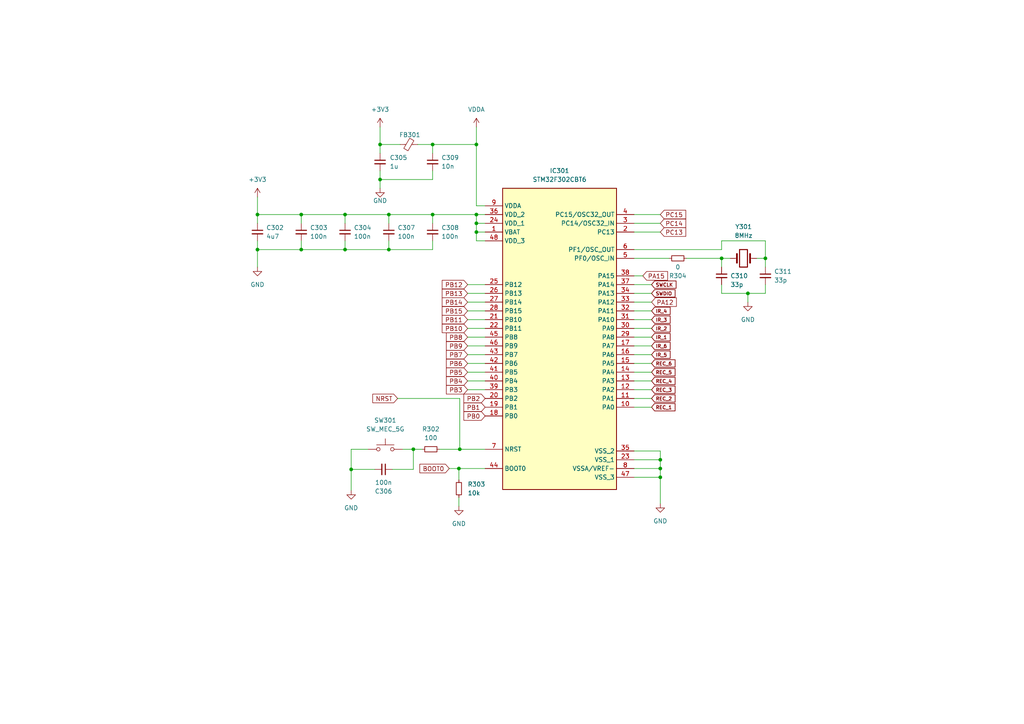
<source format=kicad_sch>
(kicad_sch (version 20230121) (generator eeschema)
  (paper "A4")
  (lib_symbols
    (symbol "Device:C_Small" (pin_numbers hide) (pin_names (offset 0.254) hide)
      (property "Reference" "C" (at 0.254 1.778 0))
      (property "Value" "C_Small" (at 0.254 -2.032 0))
      (symbol "C_Small_0_1"
        (polyline (pts (xy -1.524 -0.508) (xy 1.524 -0.508)) (stroke (width 0.3302)))
        (polyline (pts (xy -1.524 0.508) (xy 1.524 0.508)) (stroke (width 0.3048)))
      )
      (symbol "C_Small_1_1"
        (pin passive line (at 0 2.54 270) (length 2.032) (name "~") (number "1"))
        (pin passive line (at 0 -2.54 90) (length 2.032) (name "~") (number "2"))
      )
    )
    (symbol "Device:Crystal" (pin_numbers hide) (pin_names (offset 1.016) hide)
      (property "Reference" "Y" (at 0 3.81 0))
      (property "Value" "Crystal" (at 0 -3.81 0))
      (symbol "Crystal_0_1"
        (rectangle (start -1.143 2.54) (end 1.143 -2.54) (stroke (width 0.3048)))
        (polyline (pts (xy -2.54 0) (xy -1.905 0)))
        (polyline (pts (xy -1.905 -1.27) (xy -1.905 1.27)) (stroke (width 0.508)))
        (polyline (pts (xy 1.905 -1.27) (xy 1.905 1.27)) (stroke (width 0.508)))
        (polyline (pts (xy 2.54 0) (xy 1.905 0)))
      )
      (symbol "Crystal_1_1"
        (pin passive line (at -3.81 0 0) (length 1.27) (name "1") (number "1"))
        (pin passive line (at 3.81 0 180) (length 1.27) (name "2") (number "2"))
      )
    )
    (symbol "Device:FerriteBead_Small" (pin_numbers hide) (pin_names (offset 0))
      (property "Reference" "FB" (at 1.905 1.27 0))
      (property "Value" "FerriteBead_Small" (at 1.905 -1.27 0))
      (symbol "FerriteBead_Small_0_1"
        (polyline (pts (xy 0 -1.27) (xy 0 -0.7874)))
        (polyline (pts (xy 0 0.889) (xy 0 1.2954)))
        (polyline (pts (xy -1.8288 0.2794) (xy -1.1176 1.4986) (xy 1.8288 -0.2032) (xy 1.1176 -1.4224) (xy -1.8288 0.2794)))
      )
      (symbol "FerriteBead_Small_1_1"
        (pin passive line (at 0 2.54 270) (length 1.27) (name "~") (number "1"))
        (pin passive line (at 0 -2.54 90) (length 1.27) (name "~") (number "2"))
      )
    )
    (symbol "Device:R_Small" (pin_numbers hide) (pin_names (offset 0.254) hide)
      (property "Reference" "R" (at 0.762 0.508 0))
      (property "Value" "R_Small" (at 0.762 -1.016 0))
      (symbol "R_Small_0_1"
        (rectangle (start -0.762 1.778) (end 0.762 -1.778) (stroke (width 0.2032)))
      )
      (symbol "R_Small_1_1"
        (pin passive line (at 0 2.54 270) (length 0.762) (name "~") (number "1"))
        (pin passive line (at 0 -2.54 90) (length 0.762) (name "~") (number "2"))
      )
    )
    (symbol "SamacSys_Parts:STM32F302CBT6"
      (property "Reference" "IC" (at 22.86 17.78 0))
      (property "Value" "STM32F302CBT6" (at 22.86 15.24 0))
      (symbol "STM32F302CBT6_1_1"
        (rectangle (start 5.08 12.7) (end 38.1 -74.676) (stroke (width 0.254)) (fill (type background)))
        (pin passive line (at 0 0 0) (length 5.08) (name "VBAT") (number "1"))
        (pin passive line (at 43.18 -50.8 180) (length 5.08) (name "PA0") (number "10"))
        (pin passive line (at 43.18 -48.26 180) (length 5.08) (name "PA1") (number "11"))
        (pin passive line (at 43.18 -45.72 180) (length 5.08) (name "PA2") (number "12"))
        (pin passive line (at 43.18 -43.18 180) (length 5.08) (name "PA3") (number "13"))
        (pin passive line (at 43.18 -40.64 180) (length 5.08) (name "PA4") (number "14"))
        (pin passive line (at 43.18 -38.1 180) (length 5.08) (name "PA5") (number "15"))
        (pin passive line (at 43.18 -35.56 180) (length 5.08) (name "PA6") (number "16"))
        (pin passive line (at 43.18 -33.02 180) (length 5.08) (name "PA7") (number "17"))
        (pin passive line (at 0 -53.34 0) (length 5.08) (name "PB0") (number "18"))
        (pin passive line (at 0 -50.8 0) (length 5.08) (name "PB1") (number "19"))
        (pin passive line (at 43.18 0 180) (length 5.08) (name "PC13") (number "2"))
        (pin passive line (at 0 -48.26 0) (length 5.08) (name "PB2") (number "20"))
        (pin passive line (at 0 -25.4 0) (length 5.08) (name "PB10") (number "21"))
        (pin passive line (at 0 -27.94 0) (length 5.08) (name "PB11") (number "22"))
        (pin passive line (at 43.18 -66.04 180) (length 5.08) (name "VSS_1") (number "23"))
        (pin passive line (at 0 2.54 0) (length 5.08) (name "VDD_1") (number "24"))
        (pin passive line (at 0 -15.24 0) (length 5.08) (name "PB12") (number "25"))
        (pin passive line (at 0 -17.78 0) (length 5.08) (name "PB13") (number "26"))
        (pin passive line (at 0 -20.32 0) (length 5.08) (name "PB14") (number "27"))
        (pin passive line (at 0 -22.86 0) (length 5.08) (name "PB15") (number "28"))
        (pin passive line (at 43.18 -30.48 180) (length 5.08) (name "PA8") (number "29"))
        (pin passive line (at 43.18 2.54 180) (length 5.08) (name "PC14/OSC32_IN") (number "3"))
        (pin passive line (at 43.18 -27.94 180) (length 5.08) (name "PA9") (number "30"))
        (pin passive line (at 43.18 -25.4 180) (length 5.08) (name "PA10") (number "31"))
        (pin passive line (at 43.18 -22.86 180) (length 5.08) (name "PA11") (number "32"))
        (pin passive line (at 43.18 -20.32 180) (length 5.08) (name "PA12") (number "33"))
        (pin passive line (at 43.18 -17.78 180) (length 5.08) (name "PA13") (number "34"))
        (pin passive line (at 43.18 -63.5 180) (length 5.08) (name "VSS_2") (number "35"))
        (pin passive line (at 0 5.08 0) (length 5.08) (name "VDD_2") (number "36"))
        (pin passive line (at 43.18 -15.24 180) (length 5.08) (name "PA14") (number "37"))
        (pin passive line (at 43.18 -12.7 180) (length 5.08) (name "PA15") (number "38"))
        (pin passive line (at 0 -45.72 0) (length 5.08) (name "PB3") (number "39"))
        (pin passive line (at 43.18 5.08 180) (length 5.08) (name "PC15/OSC32_OUT") (number "4"))
        (pin passive line (at 0 -43.18 0) (length 5.08) (name "PB4") (number "40"))
        (pin passive line (at 0 -40.64 0) (length 5.08) (name "PB5") (number "41"))
        (pin passive line (at 0 -38.1 0) (length 5.08) (name "PB6") (number "42"))
        (pin passive line (at 0 -35.56 0) (length 5.08) (name "PB7") (number "43"))
        (pin passive line (at 0 -68.58 0) (length 5.08) (name "BOOT0") (number "44"))
        (pin passive line (at 0 -30.48 0) (length 5.08) (name "PB8") (number "45"))
        (pin passive line (at 0 -33.02 0) (length 5.08) (name "PB9") (number "46"))
        (pin passive line (at 43.18 -71.12 180) (length 5.08) (name "VSS_3") (number "47"))
        (pin passive line (at 0 -2.54 0) (length 5.08) (name "VDD_3") (number "48"))
        (pin passive line (at 43.18 -7.62 180) (length 5.08) (name "PF0/OSC_IN") (number "5"))
        (pin passive line (at 43.18 -5.08 180) (length 5.08) (name "PF1/OSC_OUT") (number "6"))
        (pin passive line (at 0 -62.992 0) (length 5.08) (name "NRST") (number "7"))
        (pin passive line (at 43.18 -68.58 180) (length 5.08) (name "VSSA/VREF-") (number "8"))
        (pin passive line (at 0 7.62 0) (length 5.08) (name "VDDA") (number "9"))
      )
    )
    (symbol "Switch:SW_MEC_5G" (pin_numbers hide) (pin_names (offset 1.016) hide)
      (property "Reference" "SW" (at 1.27 2.54 0))
      (property "Value" "SW_MEC_5G" (at 0 -1.524 0))
      (symbol "SW_MEC_5G_0_1"
        (circle (center -2.032 0) (radius 0.508))
        (polyline (pts (xy 0 1.27) (xy 0 3.048)))
        (polyline (pts (xy 2.54 1.27) (xy -2.54 1.27)))
        (circle (center 2.032 0) (radius 0.508))
        (pin passive line (at -5.08 0 0) (length 2.54) (name "A") (number "1"))
        (pin passive line (at 5.08 0 180) (length 2.54) (name "B") (number "3"))
      )
      (symbol "SW_MEC_5G_1_1"
        (pin passive line (at -5.08 0 0) (length 2.54) hide (name "A") (number "2"))
        (pin passive line (at 5.08 0 180) (length 2.54) hide (name "B") (number "4"))
      )
    )
    (symbol "power:+3V3" (power) (pin_names (offset 0))
      (property "Value" "+3V3" (at 0 3.556 0))
      (symbol "+3V3_0_1"
        (polyline (pts (xy -0.762 1.27) (xy 0 2.54)))
        (polyline (pts (xy 0 0) (xy 0 2.54)))
        (polyline (pts (xy 0 2.54) (xy 0.762 1.27)))
      )
      (symbol "+3V3_1_1"
        (pin power_in line (at 0 0 90) (length 0) hide (name "+3V3") (number "1"))
      )
    )
    (symbol "power:GND" (power) (pin_names (offset 0))
      (property "Value" "GND" (at 0 -3.81 0))
      (symbol "GND_0_1"
        (polyline (pts (xy 0 0) (xy 0 -1.27) (xy 1.27 -1.27) (xy 0 -2.54) (xy -1.27 -1.27) (xy 0 -1.27)))
      )
      (symbol "GND_1_1"
        (pin power_in line (at 0 0 270) (length 0) hide (name "GND") (number "1"))
      )
    )
    (symbol "power:VDDA" (power) (pin_names (offset 0))
      (property "Value" "VDDA" (at 0 3.81 0))
      (symbol "VDDA_0_1"
        (polyline (pts (xy -0.762 1.27) (xy 0 2.54)))
        (polyline (pts (xy 0 0) (xy 0 2.54)))
        (polyline (pts (xy 0 2.54) (xy 0.762 1.27)))
      )
      (symbol "VDDA_1_1"
        (pin power_in line (at 0 0 90) (length 0) hide (name "VDDA") (number "1"))
      )
    )
  )
  (junction (at 112.776 72.39))
  (junction (at 87.376 62.23))
  (junction (at 133.096 135.89))
  (junction (at 74.676 62.23))
  (junction (at 74.676 72.39))
  (junction (at 209.296 74.93))
  (junction (at 87.376 72.39))
  (junction (at 110.236 52.07))
  (junction (at 138.176 64.77))
  (junction (at 119.888 130.302))
  (junction (at 101.854 136.144))
  (junction (at 133.35 130.302))
  (junction (at 112.776 62.23))
  (junction (at 221.996 74.93))
  (junction (at 138.176 67.31))
  (junction (at 138.176 41.91))
  (junction (at 125.476 41.91))
  (junction (at 100.076 62.23))
  (junction (at 125.476 62.23))
  (junction (at 138.176 62.23))
  (junction (at 191.516 133.35))
  (junction (at 110.236 41.91))
  (junction (at 100.076 72.39))
  (junction (at 191.516 135.89))
  (junction (at 216.916 85.09))
  (junction (at 191.516 138.43))
  (wire (pts (xy 110.236 41.91) (xy 110.236 44.45)))
  (wire (pts (xy 209.296 74.93) (xy 209.296 77.47)))
  (wire (pts (xy 110.236 36.83) (xy 110.236 41.91)))
  (wire (pts (xy 183.896 97.79) (xy 188.976 97.79)))
  (wire (pts (xy 183.896 113.03) (xy 188.976 113.03)))
  (wire (pts (xy 183.896 107.95) (xy 188.976 107.95)))
  (wire (pts (xy 125.476 69.85) (xy 125.476 72.39)))
  (wire (pts (xy 183.896 82.55) (xy 188.976 82.55)))
  (wire (pts (xy 135.636 85.09) (xy 140.716 85.09)))
  (wire (pts (xy 106.68 130.302) (xy 101.854 130.302)))
  (wire (pts (xy 138.176 36.83) (xy 138.176 41.91)))
  (wire (pts (xy 183.896 80.01) (xy 186.436 80.01)))
  (wire (pts (xy 100.076 69.85) (xy 100.076 72.39)))
  (wire (pts (xy 101.854 130.302) (xy 101.854 136.144)))
  (wire (pts (xy 183.896 100.33) (xy 188.976 100.33)))
  (wire (pts (xy 138.176 64.77) (xy 140.716 64.77)))
  (wire (pts (xy 216.916 85.09) (xy 216.916 87.63)))
  (wire (pts (xy 221.996 85.09) (xy 221.996 82.55)))
  (wire (pts (xy 183.896 118.11) (xy 188.976 118.11)))
  (wire (pts (xy 140.716 135.89) (xy 133.096 135.89)))
  (wire (pts (xy 74.676 72.39) (xy 74.676 69.85)))
  (wire (pts (xy 183.896 115.57) (xy 188.976 115.57)))
  (wire (pts (xy 199.136 74.93) (xy 209.296 74.93)))
  (wire (pts (xy 191.516 135.89) (xy 191.516 138.43)))
  (wire (pts (xy 135.636 92.71) (xy 140.716 92.71)))
  (wire (pts (xy 125.476 62.23) (xy 112.776 62.23)))
  (wire (pts (xy 191.516 62.23) (xy 183.896 62.23)))
  (wire (pts (xy 100.076 72.39) (xy 112.776 72.39)))
  (wire (pts (xy 125.476 41.91) (xy 138.176 41.91)))
  (wire (pts (xy 101.854 136.144) (xy 101.854 142.24)))
  (wire (pts (xy 135.636 102.87) (xy 140.716 102.87)))
  (wire (pts (xy 219.456 74.93) (xy 221.996 74.93)))
  (wire (pts (xy 135.636 87.63) (xy 140.716 87.63)))
  (wire (pts (xy 191.516 138.43) (xy 191.516 146.05)))
  (wire (pts (xy 110.236 52.07) (xy 110.236 54.61)))
  (wire (pts (xy 113.792 136.144) (xy 119.888 136.144)))
  (wire (pts (xy 183.896 105.41) (xy 188.976 105.41)))
  (wire (pts (xy 216.916 85.09) (xy 221.996 85.09)))
  (wire (pts (xy 191.516 67.31) (xy 183.896 67.31)))
  (wire (pts (xy 110.236 52.07) (xy 125.476 52.07)))
  (wire (pts (xy 135.636 113.03) (xy 140.716 113.03)))
  (wire (pts (xy 138.176 67.31) (xy 140.716 67.31)))
  (wire (pts (xy 183.896 133.35) (xy 191.516 133.35)))
  (wire (pts (xy 138.176 62.23) (xy 125.476 62.23)))
  (wire (pts (xy 135.636 97.79) (xy 140.716 97.79)))
  (wire (pts (xy 121.158 41.91) (xy 125.476 41.91)))
  (wire (pts (xy 183.896 90.17) (xy 188.976 90.17)))
  (wire (pts (xy 209.296 72.39) (xy 209.296 69.85)))
  (wire (pts (xy 87.376 62.23) (xy 74.676 62.23)))
  (wire (pts (xy 183.896 74.93) (xy 194.056 74.93)))
  (wire (pts (xy 138.176 69.85) (xy 138.176 67.31)))
  (wire (pts (xy 183.896 72.39) (xy 209.296 72.39)))
  (wire (pts (xy 135.636 95.25) (xy 140.716 95.25)))
  (wire (pts (xy 133.35 130.302) (xy 140.716 130.302)))
  (wire (pts (xy 119.888 130.302) (xy 122.428 130.302)))
  (wire (pts (xy 87.376 69.85) (xy 87.376 72.39)))
  (wire (pts (xy 191.516 130.81) (xy 191.516 133.35)))
  (wire (pts (xy 209.296 85.09) (xy 216.916 85.09)))
  (wire (pts (xy 74.676 72.39) (xy 87.376 72.39)))
  (wire (pts (xy 108.712 136.144) (xy 101.854 136.144)))
  (wire (pts (xy 110.236 41.91) (xy 116.078 41.91)))
  (wire (pts (xy 138.176 64.77) (xy 138.176 62.23)))
  (wire (pts (xy 110.236 49.53) (xy 110.236 52.07)))
  (wire (pts (xy 183.896 92.71) (xy 188.976 92.71)))
  (wire (pts (xy 135.636 107.95) (xy 140.716 107.95)))
  (wire (pts (xy 127.508 130.302) (xy 133.35 130.302)))
  (wire (pts (xy 112.776 62.23) (xy 100.076 62.23)))
  (wire (pts (xy 221.996 74.93) (xy 221.996 77.47)))
  (wire (pts (xy 183.896 135.89) (xy 191.516 135.89)))
  (wire (pts (xy 130.302 135.89) (xy 133.096 135.89)))
  (wire (pts (xy 133.096 135.89) (xy 133.096 139.192)))
  (wire (pts (xy 191.516 133.35) (xy 191.516 135.89)))
  (wire (pts (xy 125.476 49.53) (xy 125.476 52.07)))
  (wire (pts (xy 135.636 82.55) (xy 140.716 82.55)))
  (wire (pts (xy 221.996 69.85) (xy 221.996 74.93)))
  (wire (pts (xy 183.896 138.43) (xy 191.516 138.43)))
  (wire (pts (xy 138.176 59.69) (xy 138.176 41.91)))
  (wire (pts (xy 74.676 72.39) (xy 74.676 77.47)))
  (wire (pts (xy 183.896 87.63) (xy 188.976 87.63)))
  (wire (pts (xy 125.476 41.91) (xy 125.476 44.45)))
  (wire (pts (xy 125.476 62.23) (xy 125.476 64.77)))
  (wire (pts (xy 112.776 72.39) (xy 125.476 72.39)))
  (wire (pts (xy 140.716 69.85) (xy 138.176 69.85)))
  (wire (pts (xy 112.776 69.85) (xy 112.776 72.39)))
  (wire (pts (xy 100.076 62.23) (xy 100.076 64.77)))
  (wire (pts (xy 209.296 82.55) (xy 209.296 85.09)))
  (wire (pts (xy 135.636 110.49) (xy 140.716 110.49)))
  (wire (pts (xy 87.376 62.23) (xy 87.376 64.77)))
  (wire (pts (xy 133.35 115.57) (xy 133.35 130.302)))
  (wire (pts (xy 183.896 85.09) (xy 188.976 85.09)))
  (wire (pts (xy 183.896 95.25) (xy 188.976 95.25)))
  (wire (pts (xy 100.076 62.23) (xy 87.376 62.23)))
  (wire (pts (xy 183.896 102.87) (xy 188.976 102.87)))
  (wire (pts (xy 116.84 130.302) (xy 119.888 130.302)))
  (wire (pts (xy 209.296 74.93) (xy 211.836 74.93)))
  (wire (pts (xy 74.676 62.23) (xy 74.676 64.77)))
  (wire (pts (xy 133.096 144.272) (xy 133.096 146.812)))
  (wire (pts (xy 74.676 57.15) (xy 74.676 62.23)))
  (wire (pts (xy 115.316 115.57) (xy 133.35 115.57)))
  (wire (pts (xy 119.888 136.144) (xy 119.888 130.302)))
  (wire (pts (xy 87.376 72.39) (xy 100.076 72.39)))
  (wire (pts (xy 183.896 110.49) (xy 188.976 110.49)))
  (wire (pts (xy 135.636 105.41) (xy 140.716 105.41)))
  (wire (pts (xy 140.716 62.23) (xy 138.176 62.23)))
  (wire (pts (xy 112.776 62.23) (xy 112.776 64.77)))
  (wire (pts (xy 209.296 69.85) (xy 221.996 69.85)))
  (wire (pts (xy 140.716 59.69) (xy 138.176 59.69)))
  (wire (pts (xy 183.896 130.81) (xy 191.516 130.81)))
  (wire (pts (xy 135.636 90.17) (xy 140.716 90.17)))
  (wire (pts (xy 135.636 100.33) (xy 140.716 100.33)))
  (wire (pts (xy 191.516 64.77) (xy 183.896 64.77)))
  (wire (pts (xy 138.176 67.31) (xy 138.176 64.77)))
  (global_label "PB10" (shape input) (at 135.636 95.25 180) (property "Intersheetrefs" "${INTERSHEET_REFS}" (effects hide)))
  (global_label "IR_3" (shape input) (at 188.976 92.71 0) (effects (font (size 1 1) (thickness 0.2) bold)) (property "Intersheetrefs" "${INTERSHEET_REFS}" (effects hide)))
  (global_label "PB2" (shape input) (at 140.716 115.57 180) (property "Intersheetrefs" "${INTERSHEET_REFS}" (effects hide)))
  (global_label "PB13" (shape input) (at 135.636 85.09 180) (property "Intersheetrefs" "${INTERSHEET_REFS}" (effects hide)))
  (global_label "PB8" (shape input) (at 135.636 97.79 180) (property "Intersheetrefs" "${INTERSHEET_REFS}" (effects hide)))
  (global_label "PB7" (shape input) (at 135.636 102.87 180) (property "Intersheetrefs" "${INTERSHEET_REFS}" (effects hide)))
  (global_label "SWDIO" (shape input) (at 188.976 85.09 0) (effects (font (size 1 1) (thickness 0.2) bold)) (property "Intersheetrefs" "${INTERSHEET_REFS}" (effects hide)))
  (global_label "NRST" (shape input) (at 115.316 115.57 180) (property "Intersheetrefs" "${INTERSHEET_REFS}" (effects hide)))
  (global_label "IR_6" (shape input) (at 188.976 100.33 0) (effects (font (size 1 1) (thickness 0.2) bold)) (property "Intersheetrefs" "${INTERSHEET_REFS}" (effects hide)))
  (global_label "IR_4" (shape input) (at 188.976 90.17 0) (effects (font (size 1 1) (thickness 0.2) bold)) (property "Intersheetrefs" "${INTERSHEET_REFS}" (effects hide)))
  (global_label "PA12" (shape input) (at 188.976 87.63 0) (property "Intersheetrefs" "${INTERSHEET_REFS}" (effects hide)))
  (global_label "PB3" (shape input) (at 135.636 113.03 180) (property "Intersheetrefs" "${INTERSHEET_REFS}" (effects hide)))
  (global_label "PC15" (shape input) (at 191.516 62.23 0) (property "Intersheetrefs" "${INTERSHEET_REFS}" (effects hide)))
  (global_label "REC_4" (shape input) (at 188.976 110.49 0) (effects (font (size 1 1) (thickness 0.2) bold)) (property "Intersheetrefs" "${INTERSHEET_REFS}" (effects hide)))
  (global_label "PB12" (shape input) (at 135.636 82.55 180) (property "Intersheetrefs" "${INTERSHEET_REFS}" (effects hide)))
  (global_label "PB1" (shape input) (at 140.716 118.11 180) (property "Intersheetrefs" "${INTERSHEET_REFS}" (effects hide)))
  (global_label "IR_1" (shape input) (at 188.976 97.79 0) (effects (font (size 1 1) (thickness 0.2) bold)) (property "Intersheetrefs" "${INTERSHEET_REFS}" (effects hide)))
  (global_label "REC_1" (shape input) (at 188.976 118.11 0) (effects (font (size 1 1) (thickness 0.2) bold)) (property "Intersheetrefs" "${INTERSHEET_REFS}" (effects hide)))
  (global_label "REC_2" (shape input) (at 188.976 115.57 0) (effects (font (size 1 1) (thickness 0.2) bold)) (property "Intersheetrefs" "${INTERSHEET_REFS}" (effects hide)))
  (global_label "BOOT0" (shape input) (at 130.302 135.89 180) (property "Intersheetrefs" "${INTERSHEET_REFS}" (effects hide)))
  (global_label "PA15" (shape input) (at 186.436 80.01 0) (property "Intersheetrefs" "${INTERSHEET_REFS}" (effects hide)))
  (global_label "PB6" (shape input) (at 135.636 105.41 180) (property "Intersheetrefs" "${INTERSHEET_REFS}" (effects hide)))
  (global_label "PC13" (shape input) (at 191.516 67.31 0) (property "Intersheetrefs" "${INTERSHEET_REFS}" (effects hide)))
  (global_label "PB9" (shape input) (at 135.636 100.33 180) (property "Intersheetrefs" "${INTERSHEET_REFS}" (effects hide)))
  (global_label "REC_6" (shape input) (at 188.976 105.41 0) (effects (font (size 1 1) (thickness 0.2) bold)) (property "Intersheetrefs" "${INTERSHEET_REFS}" (effects hide)))
  (global_label "IR_2" (shape input) (at 188.976 95.25 0) (effects (font (size 1 1) (thickness 0.2) bold)) (property "Intersheetrefs" "${INTERSHEET_REFS}" (effects hide)))
  (global_label "PB0" (shape input) (at 140.716 120.65 180) (property "Intersheetrefs" "${INTERSHEET_REFS}" (effects hide)))
  (global_label "REC_3" (shape input) (at 188.976 113.03 0) (effects (font (size 1 1) (thickness 0.2) bold)) (property "Intersheetrefs" "${INTERSHEET_REFS}" (effects hide)))
  (global_label "PB5" (shape input) (at 135.636 107.95 180) (property "Intersheetrefs" "${INTERSHEET_REFS}" (effects hide)))
  (global_label "IR_5" (shape input) (at 188.976 102.87 0) (effects (font (size 1 1) (thickness 0.2) bold)) (property "Intersheetrefs" "${INTERSHEET_REFS}" (effects hide)))
  (global_label "PC14" (shape input) (at 191.516 64.77 0) (property "Intersheetrefs" "${INTERSHEET_REFS}" (effects hide)))
  (global_label "PB4" (shape input) (at 135.636 110.49 180) (property "Intersheetrefs" "${INTERSHEET_REFS}" (effects hide)))
  (global_label "SWCLK" (shape input) (at 188.976 82.55 0) (effects (font (size 1 1) (thickness 0.2) bold)) (property "Intersheetrefs" "${INTERSHEET_REFS}" (effects hide)))
  (global_label "PB15" (shape input) (at 135.636 90.17 180) (property "Intersheetrefs" "${INTERSHEET_REFS}" (effects hide)))
  (global_label "PB14" (shape input) (at 135.636 87.63 180) (property "Intersheetrefs" "${INTERSHEET_REFS}" (effects hide)))
  (global_label "PB11" (shape input) (at 135.636 92.71 180) (property "Intersheetrefs" "${INTERSHEET_REFS}" (effects hide)))
  (global_label "REC_5" (shape input) (at 188.976 107.95 0) (effects (font (size 1 1) (thickness 0.2) bold)) (property "Intersheetrefs" "${INTERSHEET_REFS}" (effects hide)))
  (symbol (lib_id "power:+3V3") (at 74.676 57.15 0) (unit 1)
    (property "Reference" "#PWR0307" (effects hide))
    (property "Value" "+3V3" (at 74.676 52.07 0))
    (instances (project "Micromouse" (path "" (reference "#PWR0307") (unit 1)) (path "" (reference "#PWR0701") (unit 1))) (project "adapter_STM32" (path "" (reference "#PWR0103") (unit 1))))
  )
  (symbol (lib_id "power:GND") (at 74.676 77.47 0) (unit 1)
    (property "Reference" "#PWR0308" (effects hide))
    (property "Value" "GND" (at 74.676 82.55 0))
    (instances (project "Micromouse" (path "" (reference "#PWR0308") (unit 1)) (path "" (reference "#PWR0702") (unit 1))) (project "adapter_STM32" (path "" (reference "#PWR0104") (unit 1))))
  )
  (symbol (lib_id "Device:C_Small") (at 110.236 46.99 0) (unit 1)
    (property "Reference" "C305" (at 113.03 45.7263 0) (effects (justify left)))
    (property "Value" "1u" (at 113.03 48.2663 0) (effects (justify left)))
    (instances (project "Micromouse" (path "" (reference "C305") (unit 1)) (path "" (reference "C704") (unit 1))) (project "adapter_STM32" (path "" (reference "C107") (unit 1))))
  )
  (symbol (lib_id "SamacSys_Parts:STM32F302CBT6") (at 140.716 67.31 0) (unit 1)
    (property "Reference" "IC301" (at 162.306 49.53 0))
    (property "Value" "STM32F302CBT6" (at 162.306 52.07 0))
    (property "Footprint" "QFP50P900X900X160-48N" (effects hide))
    (property "Datasheet" "http://www.st.com/web/en/resource/technical/document/datasheet/DM00094064.pdf" (effects hide))
    (property "Height" "1.6" (effects hide))
    (property "Mouser Part Number" "511-STM32F302CBT6" (effects hide))
    (property "Mouser Price/Stock" "https://www.mouser.co.uk/ProductDetail/STMicroelectronics/STM32F302CBT6?qs=MgMGkPeFqc9mNHDa48Rp7g%3D%3D" (effects hide))
    (property "Manufacturer_Name" "STMicroelectronics" (effects hide))
    (property "Manufacturer_Part_Number" "STM32F302CBT6" (effects hide))
    (instances (project "Micromouse" (path "" (reference "IC301") (unit 1)) (path "" (reference "IC701") (unit 1))) (project "adapter_STM32" (path "" (reference "IC101") (unit 1))))
  )
  (symbol (lib_id "Switch:SW_MEC_5G") (at 111.76 130.302 0) (unit 1)
    (property "Reference" "SW301" (at 111.76 121.92 0))
    (property "Value" "SW_MEC_5G" (at 111.76 124.46 0))
    (property "Datasheet" "http://www.apem.com/int/index.php?controller=attachment&id_attachment=488" (effects hide))
    (instances (project "Micromouse" (path "" (reference "SW301") (unit 1)) (path "" (reference "SW701") (unit 1))) (project "adapter_STM32" (path "" (reference "SW101") (unit 1))))
  )
  (symbol (lib_id "Device:C_Small") (at 209.296 80.01 0) (unit 1)
    (property "Reference" "C310" (at 211.836 80.01 0) (effects (justify left)))
    (property "Value" "33p" (at 211.836 82.55 0) (effects (justify left)))
    (instances (project "Micromouse" (path "" (reference "C310") (unit 1)) (path "" (reference "C709") (unit 1))) (project "adapter_STM32" (path "" (reference "C108") (unit 1))))
  )
  (symbol (lib_id "Device:C_Small") (at 112.776 67.31 0) (unit 1)
    (property "Reference" "C307" (at 115.316 66.0463 0) (effects (justify left)))
    (property "Value" "100n" (at 115.316 68.5863 0) (effects (justify left)))
    (instances (project "Micromouse" (path "" (reference "C307") (unit 1)) (path "" (reference "C706") (unit 1))) (project "adapter_STM32" (path "" (reference "C102") (unit 1))))
  )
  (symbol (lib_id "Device:R_Small") (at 133.096 141.732 0) (unit 1)
    (property "Reference" "R303" (at 135.636 140.462 0) (effects (justify left)))
    (property "Value" "10k" (at 135.636 143.002 0) (effects (justify left)))
    (instances (project "Micromouse" (path "" (reference "R303") (unit 1)) (path "" (reference "R702") (unit 1))) (project "adapter_STM32" (path "" (reference "R101") (unit 1))))
  )
  (symbol (lib_id "power:+3V3") (at 110.236 36.83 0) (unit 1)
    (property "Reference" "#PWR0315" (effects hide))
    (property "Value" "+3V3" (at 110.236 31.75 0))
    (instances (project "Micromouse" (path "" (reference "#PWR0315") (unit 1)) (path "" (reference "#PWR0704") (unit 1))) (project "adapter_STM32" (path "" (reference "#PWR0103") (unit 1))))
  )
  (symbol (lib_id "power:GND") (at 133.096 146.812 0) (unit 1)
    (property "Reference" "#PWR0312" (effects hide))
    (property "Value" "GND" (at 133.096 151.892 0))
    (instances (project "Micromouse" (path "" (reference "#PWR0312") (unit 1)) (path "" (reference "#PWR0706") (unit 1))) (project "adapter_STM32" (path "" (reference "#PWR0101") (unit 1))))
  )
  (symbol (lib_id "Device:C_Small") (at 125.476 67.31 0) (unit 1)
    (property "Reference" "C308" (at 128.016 66.0463 0) (effects (justify left)))
    (property "Value" "100n" (at 128.016 68.5863 0) (effects (justify left)))
    (instances (project "Micromouse" (path "" (reference "C308") (unit 1)) (path "" (reference "C708") (unit 1))) (project "adapter_STM32" (path "" (reference "C101") (unit 1))))
  )
  (symbol (lib_id "Device:C_Small") (at 125.476 46.99 0) (unit 1)
    (property "Reference" "C309" (at 128.016 45.7263 0) (effects (justify left)))
    (property "Value" "10n" (at 128.016 48.2663 0) (effects (justify left)))
    (instances (project "Micromouse" (path "" (reference "C309") (unit 1)) (path "" (reference "C707") (unit 1))) (project "adapter_STM32" (path "" (reference "C106") (unit 1))))
  )
  (symbol (lib_id "power:VDDA") (at 138.176 36.83 0) (unit 1)
    (property "Reference" "#PWR0310" (effects hide))
    (property "Value" "VDDA" (at 138.176 31.75 0))
    (instances (project "Micromouse" (path "" (reference "#PWR0310") (unit 1)) (path "" (reference "#PWR0707") (unit 1))) (project "adapter_STM32" (path "" (reference "#PWR0106") (unit 1))))
  )
  (symbol (lib_id "Device:C_Small") (at 74.676 67.31 0) (unit 1)
    (property "Reference" "C302" (at 77.216 66.0463 0) (effects (justify left)))
    (property "Value" "4u7" (at 77.216 68.5863 0) (effects (justify left)))
    (instances (project "Micromouse" (path "" (reference "C302") (unit 1)) (path "" (reference "C701") (unit 1))) (project "adapter_STM32" (path "" (reference "C105") (unit 1))))
  )
  (symbol (lib_id "Device:Crystal") (at 215.646 74.93 0) (unit 1)
    (property "Reference" "Y301" (at 215.6736 65.7754 0))
    (property "Value" "8MHz" (at 215.6736 68.3154 0))
    (property "Footprint" "Crystal:Crystal_SMD_5032-2Pin_5.0x3.2mm" (effects hide))
    (instances (project "Micromouse" (path "" (reference "Y301") (unit 1)) (path "" (reference "Y701") (unit 1))) (project "adapter_STM32" (path "" (reference "Y1") (unit 1))))
  )
  (symbol (lib_id "power:GND") (at 101.854 142.24 0) (unit 1)
    (property "Reference" "#PWR0309" (effects hide))
    (property "Value" "GND" (at 101.854 147.32 0))
    (instances (project "Micromouse" (path "" (reference "#PWR0309") (unit 1)) (path "" (reference "#PWR0703") (unit 1))) (project "adapter_STM32" (path "" (reference "#PWR0108") (unit 1))))
  )
  (symbol (lib_id "Device:R_Small") (at 124.968 130.302 90) (unit 1)
    (property "Reference" "R302" (at 124.968 124.46 90))
    (property "Value" "100" (at 124.968 127 90))
    (instances (project "Micromouse" (path "" (reference "R302") (unit 1)) (path "" (reference "R701") (unit 1))) (project "adapter_STM32" (path "" (reference "R103") (unit 1))))
  )
  (symbol (lib_id "power:GND") (at 191.516 146.05 0) (unit 1)
    (property "Reference" "#PWR0313" (effects hide))
    (property "Value" "GND" (at 191.516 151.13 0))
    (instances (project "Micromouse" (path "" (reference "#PWR0313") (unit 1)) (path "" (reference "#PWR0708") (unit 1))) (project "adapter_STM32" (path "" (reference "#PWR0102") (unit 1))))
  )
  (symbol (lib_id "Device:C_Small") (at 100.076 67.31 0) (unit 1)
    (property "Reference" "C304" (at 102.616 66.0463 0) (effects (justify left)))
    (property "Value" "100n" (at 102.616 68.5863 0) (effects (justify left)))
    (instances (project "Micromouse" (path "" (reference "C304") (unit 1)) (path "" (reference "C703") (unit 1))) (project "adapter_STM32" (path "" (reference "C103") (unit 1))))
  )
  (symbol (lib_id "Device:R_Small") (at 196.596 74.93 270) (mirror x) (unit 1)
    (property "Reference" "R304" (at 196.596 80.01 90))
    (property "Value" "0" (at 196.596 77.47 90))
    (instances (project "Micromouse" (path "" (reference "R304") (unit 1)) (path "" (reference "R703") (unit 1))) (project "adapter_STM32" (path "" (reference "R102") (unit 1))))
  )
  (symbol (lib_id "Device:FerriteBead_Small") (at 118.618 41.91 90) (unit 1)
    (property "Reference" "FB301" (at 118.872 39.116 90))
    (property "Value" "FerriteBead_Small" (effects hide))
    (instances (project "Micromouse" (path "" (reference "FB301") (unit 1)) (path "" (reference "FB701") (unit 1))) (project "adapter_STM32" (path "" (reference "FB101") (unit 1))))
  )
  (symbol (lib_id "Device:C_Small") (at 221.996 80.01 0) (unit 1)
    (property "Reference" "C311" (at 224.536 78.7463 0) (effects (justify left)))
    (property "Value" "33p" (at 224.536 81.2863 0) (effects (justify left)))
    (instances (project "Micromouse" (path "" (reference "C311") (unit 1)) (path "" (reference "C710") (unit 1))) (project "adapter_STM32" (path "" (reference "C109") (unit 1))))
  )
  (symbol (lib_id "power:GND") (at 216.916 87.63 0) (unit 1)
    (property "Reference" "#PWR0314" (effects hide))
    (property "Value" "GND" (at 216.916 92.71 0))
    (instances (project "Micromouse" (path "" (reference "#PWR0314") (unit 1)) (path "" (reference "#PWR0709") (unit 1))) (project "adapter_STM32" (path "" (reference "#PWR0107") (unit 1))))
  )
  (symbol (lib_id "Device:C_Small") (at 87.376 67.31 0) (unit 1)
    (property "Reference" "C303" (at 89.916 66.0463 0) (effects (justify left)))
    (property "Value" "100n" (at 89.916 68.5863 0) (effects (justify left)))
    (instances (project "Micromouse" (path "" (reference "C303") (unit 1)) (path "" (reference "C702") (unit 1))) (project "adapter_STM32" (path "" (reference "C104") (unit 1))))
  )
  (symbol (lib_id "Device:C_Small") (at 111.252 136.144 270) (mirror x) (unit 1)
    (property "Reference" "C306" (at 111.2456 142.494 90))
    (property "Value" "100n" (at 111.2456 139.954 90))
    (instances (project "Micromouse" (path "" (reference "C306") (unit 1)) (path "" (reference "C705") (unit 1))) (project "adapter_STM32" (path "" (reference "C110") (unit 1))))
  )
  (symbol (lib_id "power:GND") (at 110.236 54.61 0) (unit 1)
    (property "Reference" "#PWR0311" (effects hide))
    (property "Value" "GND" (at 110.2439 58.2054 0))
    (instances (project "Micromouse" (path "" (reference "#PWR0311") (unit 1)) (path "" (reference "#PWR0705") (unit 1))) (project "adapter_STM32" (path "" (reference "#PWR0105") (unit 1))))
  )
)
</source>
